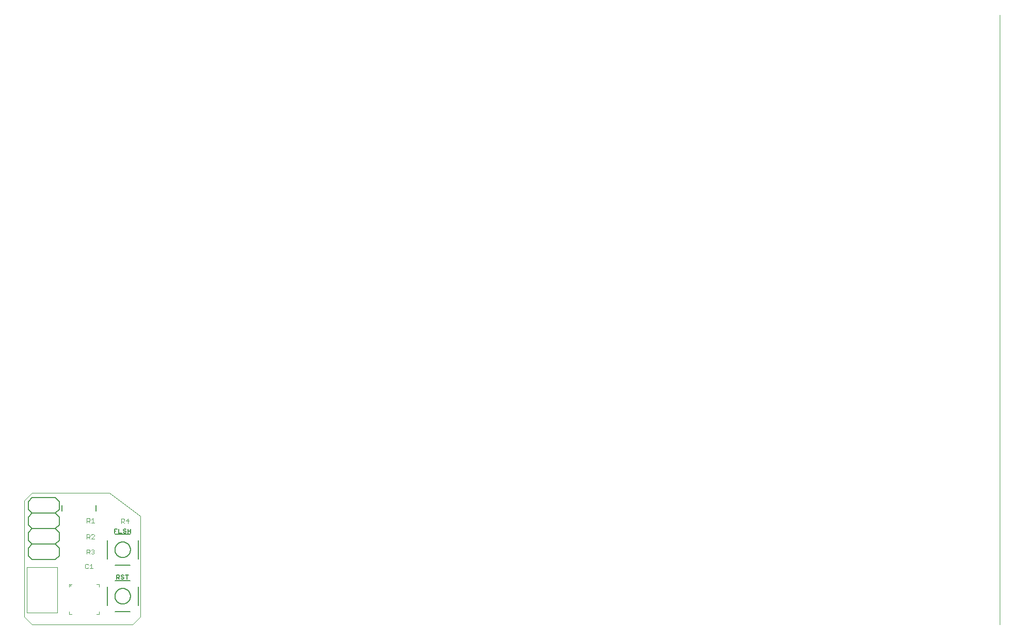
<source format=gto>
G75*
%MOIN*%
%OFA0B0*%
%FSLAX25Y25*%
%IPPOS*%
%LPD*%
%AMOC8*
5,1,8,0,0,1.08239X$1,22.5*
%
%ADD10C,0.00000*%
%ADD11C,0.00300*%
%ADD12C,0.00500*%
%ADD13C,0.00800*%
%ADD14C,0.00600*%
%ADD15C,0.00400*%
%ADD16C,0.01181*%
%ADD17C,0.00197*%
D10*
X0010300Y0011300D02*
X0010300Y0086300D01*
X0015300Y0091300D01*
X0065300Y0091300D01*
X0085300Y0076300D01*
X0085300Y0011300D01*
X0080300Y0006300D01*
X0015300Y0006300D01*
X0010300Y0011300D01*
X0640221Y0006300D02*
X0640221Y0400001D01*
D11*
X0077255Y0074802D02*
X0077255Y0071900D01*
X0077738Y0073351D02*
X0075803Y0073351D01*
X0077255Y0074802D01*
X0074792Y0074319D02*
X0074792Y0073351D01*
X0074308Y0072867D01*
X0072857Y0072867D01*
X0072857Y0071900D02*
X0072857Y0074802D01*
X0074308Y0074802D01*
X0074792Y0074319D01*
X0073824Y0072867D02*
X0074792Y0071900D01*
X0055538Y0072200D02*
X0053603Y0072200D01*
X0054571Y0072200D02*
X0054571Y0075102D01*
X0053603Y0074135D01*
X0052592Y0074619D02*
X0052592Y0073651D01*
X0052108Y0073167D01*
X0050657Y0073167D01*
X0050657Y0072200D02*
X0050657Y0075102D01*
X0052108Y0075102D01*
X0052592Y0074619D01*
X0051624Y0073167D02*
X0052592Y0072200D01*
X0052001Y0064702D02*
X0050550Y0064702D01*
X0050550Y0061800D01*
X0050550Y0062767D02*
X0052001Y0062767D01*
X0052485Y0063251D01*
X0052485Y0064219D01*
X0052001Y0064702D01*
X0053497Y0064219D02*
X0053980Y0064702D01*
X0054948Y0064702D01*
X0055431Y0064219D01*
X0055431Y0063735D01*
X0053497Y0061800D01*
X0055431Y0061800D01*
X0052485Y0061800D02*
X0051517Y0062767D01*
X0051901Y0054902D02*
X0050450Y0054902D01*
X0050450Y0052000D01*
X0050450Y0052967D02*
X0051901Y0052967D01*
X0052385Y0053451D01*
X0052385Y0054419D01*
X0051901Y0054902D01*
X0053397Y0054419D02*
X0053880Y0054902D01*
X0054848Y0054902D01*
X0055331Y0054419D01*
X0055331Y0053935D01*
X0054848Y0053451D01*
X0055331Y0052967D01*
X0055331Y0052484D01*
X0054848Y0052000D01*
X0053880Y0052000D01*
X0053397Y0052484D01*
X0052385Y0052000D02*
X0051417Y0052967D01*
X0054364Y0053451D02*
X0054848Y0053451D01*
X0053417Y0045552D02*
X0053417Y0042650D01*
X0052450Y0042650D02*
X0054385Y0042650D01*
X0052450Y0044585D02*
X0053417Y0045552D01*
X0051438Y0045069D02*
X0050955Y0045552D01*
X0049987Y0045552D01*
X0049503Y0045069D01*
X0049503Y0043134D01*
X0049987Y0042650D01*
X0050955Y0042650D01*
X0051438Y0043134D01*
D12*
X0056550Y0079625D02*
X0056550Y0083375D01*
X0034650Y0083375D02*
X0034650Y0079625D01*
D13*
X0063800Y0060863D02*
X0063800Y0048737D01*
X0068800Y0044800D02*
X0078682Y0044800D01*
X0083800Y0048737D02*
X0083800Y0060863D01*
X0078682Y0064800D02*
X0068918Y0064800D01*
X0068800Y0054800D02*
X0068802Y0054941D01*
X0068808Y0055082D01*
X0068818Y0055222D01*
X0068832Y0055362D01*
X0068850Y0055502D01*
X0068871Y0055641D01*
X0068897Y0055780D01*
X0068926Y0055918D01*
X0068960Y0056054D01*
X0068997Y0056190D01*
X0069038Y0056325D01*
X0069083Y0056459D01*
X0069132Y0056591D01*
X0069184Y0056722D01*
X0069240Y0056851D01*
X0069300Y0056978D01*
X0069363Y0057104D01*
X0069429Y0057228D01*
X0069500Y0057351D01*
X0069573Y0057471D01*
X0069650Y0057589D01*
X0069730Y0057705D01*
X0069814Y0057818D01*
X0069900Y0057929D01*
X0069990Y0058038D01*
X0070083Y0058144D01*
X0070178Y0058247D01*
X0070277Y0058348D01*
X0070378Y0058446D01*
X0070482Y0058541D01*
X0070589Y0058633D01*
X0070698Y0058722D01*
X0070810Y0058807D01*
X0070924Y0058890D01*
X0071040Y0058970D01*
X0071159Y0059046D01*
X0071280Y0059118D01*
X0071402Y0059188D01*
X0071527Y0059253D01*
X0071653Y0059316D01*
X0071781Y0059374D01*
X0071911Y0059429D01*
X0072042Y0059481D01*
X0072175Y0059528D01*
X0072309Y0059572D01*
X0072444Y0059613D01*
X0072580Y0059649D01*
X0072717Y0059681D01*
X0072855Y0059710D01*
X0072993Y0059735D01*
X0073133Y0059755D01*
X0073273Y0059772D01*
X0073413Y0059785D01*
X0073554Y0059794D01*
X0073694Y0059799D01*
X0073835Y0059800D01*
X0073976Y0059797D01*
X0074117Y0059790D01*
X0074257Y0059779D01*
X0074397Y0059764D01*
X0074537Y0059745D01*
X0074676Y0059723D01*
X0074814Y0059696D01*
X0074952Y0059666D01*
X0075088Y0059631D01*
X0075224Y0059593D01*
X0075358Y0059551D01*
X0075492Y0059505D01*
X0075624Y0059456D01*
X0075754Y0059402D01*
X0075883Y0059345D01*
X0076010Y0059285D01*
X0076136Y0059221D01*
X0076259Y0059153D01*
X0076381Y0059082D01*
X0076501Y0059008D01*
X0076618Y0058930D01*
X0076733Y0058849D01*
X0076846Y0058765D01*
X0076957Y0058678D01*
X0077065Y0058587D01*
X0077170Y0058494D01*
X0077273Y0058397D01*
X0077373Y0058298D01*
X0077470Y0058196D01*
X0077564Y0058091D01*
X0077655Y0057984D01*
X0077743Y0057874D01*
X0077828Y0057762D01*
X0077910Y0057647D01*
X0077989Y0057530D01*
X0078064Y0057411D01*
X0078136Y0057290D01*
X0078204Y0057167D01*
X0078269Y0057042D01*
X0078331Y0056915D01*
X0078388Y0056786D01*
X0078443Y0056656D01*
X0078493Y0056525D01*
X0078540Y0056392D01*
X0078583Y0056258D01*
X0078622Y0056122D01*
X0078657Y0055986D01*
X0078689Y0055849D01*
X0078716Y0055711D01*
X0078740Y0055572D01*
X0078760Y0055432D01*
X0078776Y0055292D01*
X0078788Y0055152D01*
X0078796Y0055011D01*
X0078800Y0054870D01*
X0078800Y0054730D01*
X0078796Y0054589D01*
X0078788Y0054448D01*
X0078776Y0054308D01*
X0078760Y0054168D01*
X0078740Y0054028D01*
X0078716Y0053889D01*
X0078689Y0053751D01*
X0078657Y0053614D01*
X0078622Y0053478D01*
X0078583Y0053342D01*
X0078540Y0053208D01*
X0078493Y0053075D01*
X0078443Y0052944D01*
X0078388Y0052814D01*
X0078331Y0052685D01*
X0078269Y0052558D01*
X0078204Y0052433D01*
X0078136Y0052310D01*
X0078064Y0052189D01*
X0077989Y0052070D01*
X0077910Y0051953D01*
X0077828Y0051838D01*
X0077743Y0051726D01*
X0077655Y0051616D01*
X0077564Y0051509D01*
X0077470Y0051404D01*
X0077373Y0051302D01*
X0077273Y0051203D01*
X0077170Y0051106D01*
X0077065Y0051013D01*
X0076957Y0050922D01*
X0076846Y0050835D01*
X0076733Y0050751D01*
X0076618Y0050670D01*
X0076501Y0050592D01*
X0076381Y0050518D01*
X0076259Y0050447D01*
X0076136Y0050379D01*
X0076010Y0050315D01*
X0075883Y0050255D01*
X0075754Y0050198D01*
X0075624Y0050144D01*
X0075492Y0050095D01*
X0075358Y0050049D01*
X0075224Y0050007D01*
X0075088Y0049969D01*
X0074952Y0049934D01*
X0074814Y0049904D01*
X0074676Y0049877D01*
X0074537Y0049855D01*
X0074397Y0049836D01*
X0074257Y0049821D01*
X0074117Y0049810D01*
X0073976Y0049803D01*
X0073835Y0049800D01*
X0073694Y0049801D01*
X0073554Y0049806D01*
X0073413Y0049815D01*
X0073273Y0049828D01*
X0073133Y0049845D01*
X0072993Y0049865D01*
X0072855Y0049890D01*
X0072717Y0049919D01*
X0072580Y0049951D01*
X0072444Y0049987D01*
X0072309Y0050028D01*
X0072175Y0050072D01*
X0072042Y0050119D01*
X0071911Y0050171D01*
X0071781Y0050226D01*
X0071653Y0050284D01*
X0071527Y0050347D01*
X0071402Y0050412D01*
X0071280Y0050482D01*
X0071159Y0050554D01*
X0071040Y0050630D01*
X0070924Y0050710D01*
X0070810Y0050793D01*
X0070698Y0050878D01*
X0070589Y0050967D01*
X0070482Y0051059D01*
X0070378Y0051154D01*
X0070277Y0051252D01*
X0070178Y0051353D01*
X0070083Y0051456D01*
X0069990Y0051562D01*
X0069900Y0051671D01*
X0069814Y0051782D01*
X0069730Y0051895D01*
X0069650Y0052011D01*
X0069573Y0052129D01*
X0069500Y0052249D01*
X0069429Y0052372D01*
X0069363Y0052496D01*
X0069300Y0052622D01*
X0069240Y0052749D01*
X0069184Y0052878D01*
X0069132Y0053009D01*
X0069083Y0053141D01*
X0069038Y0053275D01*
X0068997Y0053410D01*
X0068960Y0053546D01*
X0068926Y0053682D01*
X0068897Y0053820D01*
X0068871Y0053959D01*
X0068850Y0054098D01*
X0068832Y0054238D01*
X0068818Y0054378D01*
X0068808Y0054518D01*
X0068802Y0054659D01*
X0068800Y0054800D01*
X0068918Y0034800D02*
X0078682Y0034800D01*
X0083800Y0030863D02*
X0083800Y0018737D01*
X0078682Y0014800D02*
X0068800Y0014800D01*
X0063800Y0018737D02*
X0063800Y0030863D01*
X0068800Y0024800D02*
X0068802Y0024941D01*
X0068808Y0025082D01*
X0068818Y0025222D01*
X0068832Y0025362D01*
X0068850Y0025502D01*
X0068871Y0025641D01*
X0068897Y0025780D01*
X0068926Y0025918D01*
X0068960Y0026054D01*
X0068997Y0026190D01*
X0069038Y0026325D01*
X0069083Y0026459D01*
X0069132Y0026591D01*
X0069184Y0026722D01*
X0069240Y0026851D01*
X0069300Y0026978D01*
X0069363Y0027104D01*
X0069429Y0027228D01*
X0069500Y0027351D01*
X0069573Y0027471D01*
X0069650Y0027589D01*
X0069730Y0027705D01*
X0069814Y0027818D01*
X0069900Y0027929D01*
X0069990Y0028038D01*
X0070083Y0028144D01*
X0070178Y0028247D01*
X0070277Y0028348D01*
X0070378Y0028446D01*
X0070482Y0028541D01*
X0070589Y0028633D01*
X0070698Y0028722D01*
X0070810Y0028807D01*
X0070924Y0028890D01*
X0071040Y0028970D01*
X0071159Y0029046D01*
X0071280Y0029118D01*
X0071402Y0029188D01*
X0071527Y0029253D01*
X0071653Y0029316D01*
X0071781Y0029374D01*
X0071911Y0029429D01*
X0072042Y0029481D01*
X0072175Y0029528D01*
X0072309Y0029572D01*
X0072444Y0029613D01*
X0072580Y0029649D01*
X0072717Y0029681D01*
X0072855Y0029710D01*
X0072993Y0029735D01*
X0073133Y0029755D01*
X0073273Y0029772D01*
X0073413Y0029785D01*
X0073554Y0029794D01*
X0073694Y0029799D01*
X0073835Y0029800D01*
X0073976Y0029797D01*
X0074117Y0029790D01*
X0074257Y0029779D01*
X0074397Y0029764D01*
X0074537Y0029745D01*
X0074676Y0029723D01*
X0074814Y0029696D01*
X0074952Y0029666D01*
X0075088Y0029631D01*
X0075224Y0029593D01*
X0075358Y0029551D01*
X0075492Y0029505D01*
X0075624Y0029456D01*
X0075754Y0029402D01*
X0075883Y0029345D01*
X0076010Y0029285D01*
X0076136Y0029221D01*
X0076259Y0029153D01*
X0076381Y0029082D01*
X0076501Y0029008D01*
X0076618Y0028930D01*
X0076733Y0028849D01*
X0076846Y0028765D01*
X0076957Y0028678D01*
X0077065Y0028587D01*
X0077170Y0028494D01*
X0077273Y0028397D01*
X0077373Y0028298D01*
X0077470Y0028196D01*
X0077564Y0028091D01*
X0077655Y0027984D01*
X0077743Y0027874D01*
X0077828Y0027762D01*
X0077910Y0027647D01*
X0077989Y0027530D01*
X0078064Y0027411D01*
X0078136Y0027290D01*
X0078204Y0027167D01*
X0078269Y0027042D01*
X0078331Y0026915D01*
X0078388Y0026786D01*
X0078443Y0026656D01*
X0078493Y0026525D01*
X0078540Y0026392D01*
X0078583Y0026258D01*
X0078622Y0026122D01*
X0078657Y0025986D01*
X0078689Y0025849D01*
X0078716Y0025711D01*
X0078740Y0025572D01*
X0078760Y0025432D01*
X0078776Y0025292D01*
X0078788Y0025152D01*
X0078796Y0025011D01*
X0078800Y0024870D01*
X0078800Y0024730D01*
X0078796Y0024589D01*
X0078788Y0024448D01*
X0078776Y0024308D01*
X0078760Y0024168D01*
X0078740Y0024028D01*
X0078716Y0023889D01*
X0078689Y0023751D01*
X0078657Y0023614D01*
X0078622Y0023478D01*
X0078583Y0023342D01*
X0078540Y0023208D01*
X0078493Y0023075D01*
X0078443Y0022944D01*
X0078388Y0022814D01*
X0078331Y0022685D01*
X0078269Y0022558D01*
X0078204Y0022433D01*
X0078136Y0022310D01*
X0078064Y0022189D01*
X0077989Y0022070D01*
X0077910Y0021953D01*
X0077828Y0021838D01*
X0077743Y0021726D01*
X0077655Y0021616D01*
X0077564Y0021509D01*
X0077470Y0021404D01*
X0077373Y0021302D01*
X0077273Y0021203D01*
X0077170Y0021106D01*
X0077065Y0021013D01*
X0076957Y0020922D01*
X0076846Y0020835D01*
X0076733Y0020751D01*
X0076618Y0020670D01*
X0076501Y0020592D01*
X0076381Y0020518D01*
X0076259Y0020447D01*
X0076136Y0020379D01*
X0076010Y0020315D01*
X0075883Y0020255D01*
X0075754Y0020198D01*
X0075624Y0020144D01*
X0075492Y0020095D01*
X0075358Y0020049D01*
X0075224Y0020007D01*
X0075088Y0019969D01*
X0074952Y0019934D01*
X0074814Y0019904D01*
X0074676Y0019877D01*
X0074537Y0019855D01*
X0074397Y0019836D01*
X0074257Y0019821D01*
X0074117Y0019810D01*
X0073976Y0019803D01*
X0073835Y0019800D01*
X0073694Y0019801D01*
X0073554Y0019806D01*
X0073413Y0019815D01*
X0073273Y0019828D01*
X0073133Y0019845D01*
X0072993Y0019865D01*
X0072855Y0019890D01*
X0072717Y0019919D01*
X0072580Y0019951D01*
X0072444Y0019987D01*
X0072309Y0020028D01*
X0072175Y0020072D01*
X0072042Y0020119D01*
X0071911Y0020171D01*
X0071781Y0020226D01*
X0071653Y0020284D01*
X0071527Y0020347D01*
X0071402Y0020412D01*
X0071280Y0020482D01*
X0071159Y0020554D01*
X0071040Y0020630D01*
X0070924Y0020710D01*
X0070810Y0020793D01*
X0070698Y0020878D01*
X0070589Y0020967D01*
X0070482Y0021059D01*
X0070378Y0021154D01*
X0070277Y0021252D01*
X0070178Y0021353D01*
X0070083Y0021456D01*
X0069990Y0021562D01*
X0069900Y0021671D01*
X0069814Y0021782D01*
X0069730Y0021895D01*
X0069650Y0022011D01*
X0069573Y0022129D01*
X0069500Y0022249D01*
X0069429Y0022372D01*
X0069363Y0022496D01*
X0069300Y0022622D01*
X0069240Y0022749D01*
X0069184Y0022878D01*
X0069132Y0023009D01*
X0069083Y0023141D01*
X0069038Y0023275D01*
X0068997Y0023410D01*
X0068960Y0023546D01*
X0068926Y0023682D01*
X0068897Y0023820D01*
X0068871Y0023959D01*
X0068850Y0024098D01*
X0068832Y0024238D01*
X0068818Y0024378D01*
X0068808Y0024518D01*
X0068802Y0024659D01*
X0068800Y0024800D01*
D14*
X0069780Y0035900D02*
X0069780Y0038502D01*
X0071081Y0038502D01*
X0071515Y0038069D01*
X0071515Y0037201D01*
X0071081Y0036767D01*
X0069780Y0036767D01*
X0070648Y0036767D02*
X0071515Y0035900D01*
X0072727Y0036334D02*
X0073160Y0035900D01*
X0074028Y0035900D01*
X0074462Y0036334D01*
X0074462Y0036767D01*
X0074028Y0037201D01*
X0073160Y0037201D01*
X0072727Y0037635D01*
X0072727Y0038069D01*
X0073160Y0038502D01*
X0074028Y0038502D01*
X0074462Y0038069D01*
X0075673Y0038502D02*
X0077408Y0038502D01*
X0076541Y0038502D02*
X0076541Y0035900D01*
X0032800Y0050800D02*
X0030300Y0048300D01*
X0015300Y0048300D01*
X0012800Y0050800D01*
X0012800Y0055800D01*
X0015300Y0058300D01*
X0030300Y0058300D01*
X0032800Y0055800D01*
X0032800Y0050800D01*
X0030300Y0058300D02*
X0032800Y0060800D01*
X0032800Y0065800D01*
X0030300Y0068300D01*
X0015300Y0068300D01*
X0012800Y0065800D01*
X0012800Y0060800D01*
X0015300Y0058300D01*
X0015300Y0068300D02*
X0012800Y0070800D01*
X0012800Y0075800D01*
X0015300Y0078300D01*
X0030300Y0078300D01*
X0032800Y0075800D01*
X0032800Y0070800D01*
X0030300Y0068300D01*
X0030300Y0078300D02*
X0032800Y0080800D01*
X0032800Y0085800D01*
X0030300Y0088300D01*
X0015300Y0088300D01*
X0012800Y0085800D01*
X0012800Y0080800D01*
X0015300Y0078300D01*
X0068407Y0068202D02*
X0068407Y0065600D01*
X0068407Y0066901D02*
X0069274Y0066901D01*
X0068407Y0068202D02*
X0070142Y0068202D01*
X0071353Y0068202D02*
X0071353Y0065600D01*
X0073088Y0065600D01*
X0074300Y0066034D02*
X0074734Y0065600D01*
X0075601Y0065600D01*
X0076035Y0066034D01*
X0076035Y0066467D01*
X0075601Y0066901D01*
X0074734Y0066901D01*
X0074300Y0067335D01*
X0074300Y0067769D01*
X0074734Y0068202D01*
X0075601Y0068202D01*
X0076035Y0067769D01*
X0077247Y0068202D02*
X0077247Y0065600D01*
X0077247Y0066901D02*
X0078981Y0066901D01*
X0078981Y0068202D02*
X0078981Y0065600D01*
D15*
X0058446Y0032446D02*
X0056871Y0032446D01*
X0058446Y0032446D02*
X0058446Y0030871D01*
X0040729Y0032446D02*
X0039154Y0032446D01*
X0039154Y0030871D01*
X0039154Y0014729D02*
X0039154Y0013154D01*
X0040729Y0013154D01*
X0056871Y0013154D02*
X0058446Y0013154D01*
X0058446Y0014729D01*
D16*
X0040237Y0031363D03*
D17*
X0031520Y0043564D02*
X0031520Y0014036D01*
X0011835Y0014036D01*
X0011835Y0043564D01*
X0031520Y0043564D01*
M02*

</source>
